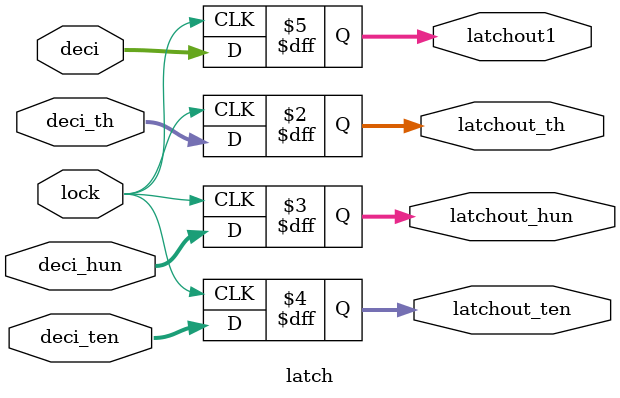
<source format=v>
module latch(deci_th,deci_hun,deci_ten,deci,latchout_th,latchout_hun,latchout_ten,latchout1,lock); 
  input [3:0] deci_th,deci_hun,deci_ten,deci;
  input lock; 
  output reg [3:0] latchout_th,latchout_hun,latchout_ten,latchout1;
  always @(posedge lock) 
    begin 
    if(lock) //lock???????????????????
      latchout_th<=deci_th;
      latchout_hun<=deci_hun; 
      latchout_ten<=deci_ten; 
      latchout1<=deci;  
    end 
endmodule
</source>
